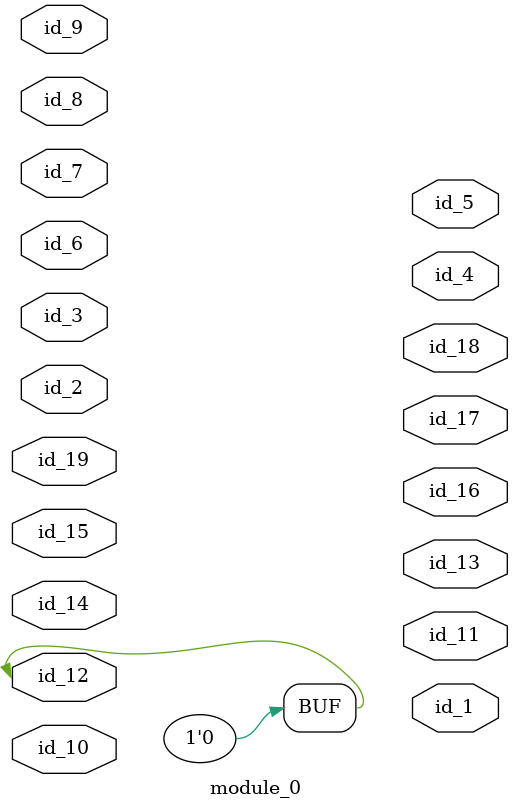
<source format=v>
module module_0 (
    id_1,
    id_2,
    id_3,
    id_4,
    id_5,
    id_6,
    id_7,
    id_8,
    id_9,
    id_10,
    id_11,
    id_12,
    id_13,
    id_14,
    id_15,
    id_16,
    id_17,
    id_18,
    id_19
);
  inout wire id_19;
  output wire id_18;
  output wire id_17;
  output wire id_16;
  input wire id_15;
  inout wire id_14;
  output wire id_13;
  inout wire id_12;
  output wire id_11;
  inout wire id_10;
  input wire id_9;
  input wire id_8;
  input wire id_7;
  inout wire id_6;
  output wire id_5;
  output wire id_4;
  inout wire id_3;
  inout wire id_2;
  output wire id_1;
  assign id_12 = 1'b0;
endmodule
module module_1;
  wire id_1;
  module_0 modCall_1 (
      id_1,
      id_1,
      id_1,
      id_1,
      id_1,
      id_1,
      id_1,
      id_1,
      id_1,
      id_1,
      id_1,
      id_1,
      id_1,
      id_1,
      id_1,
      id_1,
      id_1,
      id_1,
      id_1
  );
endmodule

</source>
